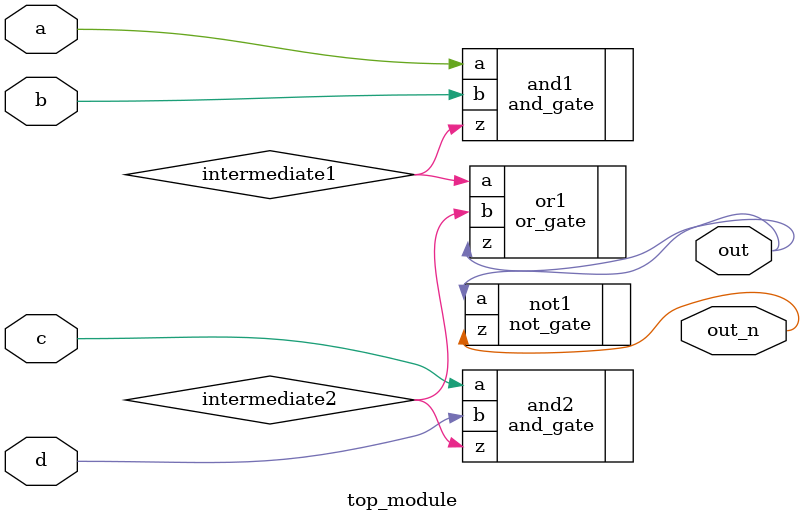
<source format=sv>
module top_module (
	input a,
	input b,
	input c,
	input d,
	output out,
	output out_n );

	wire intermediate1;
	wire intermediate2;

	and_gate and1 (
		.a(a),
		.b(b),
		.z(intermediate1)
	);

	and_gate and2 (
		.a(c),
		.b(d),
		.z(intermediate2)
	);

	or_gate or1 (
		.a(intermediate1),
		.b(intermediate2),
		.z(out)
	);

	not_gate not1 (
		.a(out),
		.z(out_n)
	);

endmodule

</source>
